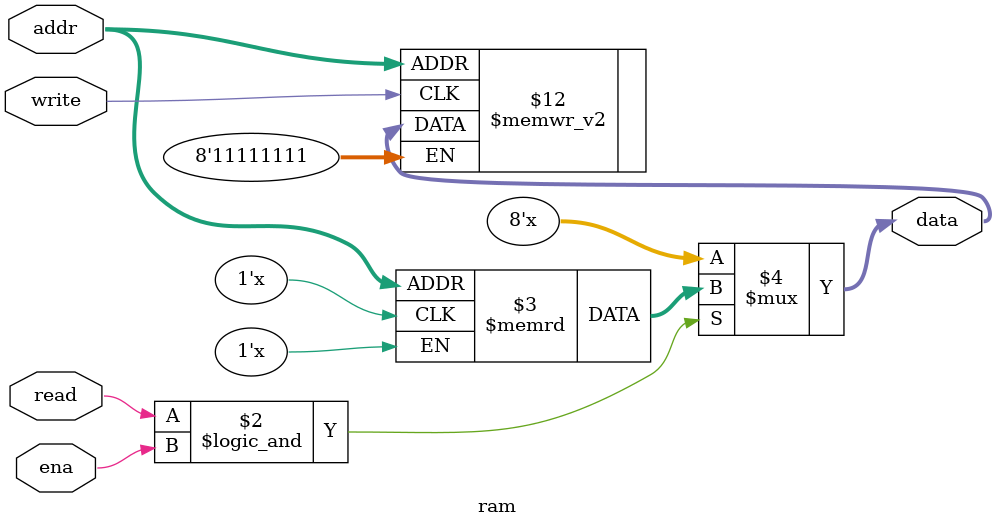
<source format=v>
`timescale 1ns / 1ps

module ram(data,addr,read,write,ena);
    output [7:0] data;
    input [9:0] addr;
    input read,write,ena;
    reg [7:0] ram [10'h3ff: 0];
    
    assign data=(read && ena)?ram[addr]:8'hzz;
    
    always @(posedge write)
        begin
        ram[addr]<=data;
        end
        
endmodule


</source>
